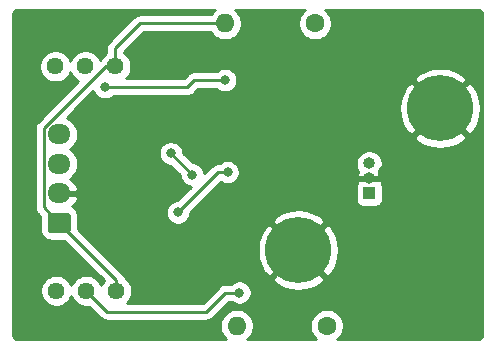
<source format=gbr>
%TF.GenerationSoftware,KiCad,Pcbnew,(5.1.7)-1*%
%TF.CreationDate,2021-02-26T19:53:25+00:00*%
%TF.ProjectId,Line-Generator-V2,4c696e65-2d47-4656-9e65-7261746f722d,rev?*%
%TF.SameCoordinates,Original*%
%TF.FileFunction,Copper,L2,Bot*%
%TF.FilePolarity,Positive*%
%FSLAX46Y46*%
G04 Gerber Fmt 4.6, Leading zero omitted, Abs format (unit mm)*
G04 Created by KiCad (PCBNEW (5.1.7)-1) date 2021-02-26 19:53:25*
%MOMM*%
%LPD*%
G01*
G04 APERTURE LIST*
%TA.AperFunction,ComponentPad*%
%ADD10C,1.440000*%
%TD*%
%TA.AperFunction,ComponentPad*%
%ADD11R,1.000000X1.000000*%
%TD*%
%TA.AperFunction,ComponentPad*%
%ADD12O,1.000000X1.000000*%
%TD*%
%TA.AperFunction,ComponentPad*%
%ADD13O,1.950000X1.700000*%
%TD*%
%TA.AperFunction,ComponentPad*%
%ADD14C,1.600000*%
%TD*%
%TA.AperFunction,ComponentPad*%
%ADD15O,1.600000X1.600000*%
%TD*%
%TA.AperFunction,ComponentPad*%
%ADD16C,5.600000*%
%TD*%
%TA.AperFunction,ViaPad*%
%ADD17C,0.800000*%
%TD*%
%TA.AperFunction,Conductor*%
%ADD18C,0.250000*%
%TD*%
%TA.AperFunction,Conductor*%
%ADD19C,0.254000*%
%TD*%
%TA.AperFunction,Conductor*%
%ADD20C,0.100000*%
%TD*%
G04 APERTURE END LIST*
D10*
%TO.P,RV2,1*%
%TO.N,Net-(R6-Pad1)*%
X69500000Y-60250000D03*
%TO.P,RV2,2*%
%TO.N,Net-(C3-Pad2)*%
X72040000Y-60250000D03*
%TO.P,RV2,3*%
%TO.N,+5V*%
X74580000Y-60250000D03*
%TD*%
%TO.P,RV1,1*%
%TO.N,+5V*%
X74500000Y-41250000D03*
%TO.P,RV1,2*%
%TO.N,Net-(C2-Pad2)*%
X71960000Y-41250000D03*
%TO.P,RV1,3*%
%TO.N,Net-(R2-Pad1)*%
X69420000Y-41250000D03*
%TD*%
D11*
%TO.P,D2,1*%
%TO.N,Net-(D2-Pad1)*%
X96000000Y-52000000D03*
D12*
%TO.P,D2,2*%
%TO.N,GND*%
X96000000Y-50730000D03*
%TO.P,D2,3*%
%TO.N,Net-(D2-Pad3)*%
X96000000Y-49460000D03*
%TD*%
%TO.P,J1,1*%
%TO.N,+5V*%
%TA.AperFunction,ComponentPad*%
G36*
G01*
X70475000Y-55350000D02*
X69025000Y-55350000D01*
G75*
G02*
X68775000Y-55100000I0J250000D01*
G01*
X68775000Y-53900000D01*
G75*
G02*
X69025000Y-53650000I250000J0D01*
G01*
X70475000Y-53650000D01*
G75*
G02*
X70725000Y-53900000I0J-250000D01*
G01*
X70725000Y-55100000D01*
G75*
G02*
X70475000Y-55350000I-250000J0D01*
G01*
G37*
%TD.AperFunction*%
D13*
%TO.P,J1,2*%
%TO.N,GND*%
X69750000Y-52000000D03*
%TO.P,J1,3*%
%TO.N,Laser1*%
X69750000Y-49500000D03*
%TO.P,J1,4*%
%TO.N,Laser2*%
X69750000Y-47000000D03*
%TD*%
D14*
%TO.P,R4,1*%
%TO.N,Net-(Q2-Pad3)*%
X91400000Y-37600000D03*
D15*
%TO.P,R4,2*%
%TO.N,+5V*%
X83780000Y-37600000D03*
%TD*%
%TO.P,R5,2*%
%TO.N,+5V*%
X84780000Y-63200000D03*
D14*
%TO.P,R5,1*%
%TO.N,Net-(Q3-Pad3)*%
X92400000Y-63200000D03*
%TD*%
D16*
%TO.P,H1,1*%
%TO.N,GND*%
X102000000Y-44800000D03*
%TD*%
%TO.P,H4,1*%
%TO.N,GND*%
X90000000Y-56800000D03*
%TD*%
D17*
%TO.N,+5V*%
X84000000Y-50200000D03*
X79800000Y-53600000D03*
%TO.N,Net-(C2-Pad2)*%
X83800000Y-42400000D03*
X73600000Y-43000000D03*
%TO.N,Net-(C3-Pad2)*%
X85000000Y-60400000D03*
%TO.N,Net-(Q4-Pad1)*%
X79200000Y-48600000D03*
X81000000Y-50400000D03*
%TD*%
D18*
%TO.N,+5V*%
X74500000Y-41250000D02*
X73669300Y-41250000D01*
X73669300Y-41250000D02*
X68425400Y-46493900D01*
X68425400Y-46493900D02*
X68425400Y-53175400D01*
X68425400Y-53175400D02*
X69750000Y-54500000D01*
X74580000Y-60250000D02*
X74580000Y-59330000D01*
X74580000Y-59330000D02*
X69750000Y-54500000D01*
X74500000Y-41250000D02*
X74500000Y-39700000D01*
X76600000Y-37600000D02*
X83780000Y-37600000D01*
X74500000Y-39700000D02*
X76600000Y-37600000D01*
X84000000Y-50200000D02*
X83200000Y-50200000D01*
X83200000Y-50200000D02*
X79800000Y-53600000D01*
X79800000Y-53600000D02*
X79800000Y-53600000D01*
%TO.N,GND*%
X90000000Y-56800000D02*
X90000000Y-55181500D01*
X69750000Y-52000000D02*
X71050300Y-52000000D01*
X96000000Y-50730000D02*
X96825300Y-50730000D01*
X102000000Y-44800000D02*
X96825300Y-49974700D01*
X96825300Y-49974700D02*
X96825300Y-50730000D01*
%TO.N,Net-(C2-Pad2)*%
X83800000Y-42400000D02*
X81200000Y-42400000D01*
X81200000Y-42400000D02*
X80600000Y-43000000D01*
X80600000Y-43000000D02*
X73600000Y-43000000D01*
X73600000Y-43000000D02*
X73600000Y-43000000D01*
%TO.N,Net-(C3-Pad2)*%
X85000000Y-60400000D02*
X83800000Y-60400000D01*
X83800000Y-60400000D02*
X82200000Y-62000000D01*
X73790000Y-62000000D02*
X72040000Y-60250000D01*
X82200000Y-62000000D02*
X73790000Y-62000000D01*
%TO.N,Net-(Q4-Pad1)*%
X79200000Y-48600000D02*
X81000000Y-50400000D01*
X81000000Y-50400000D02*
X81000000Y-50400000D01*
%TD*%
D19*
%TO.N,GND*%
X82865241Y-36485363D02*
X82665363Y-36685241D01*
X82561957Y-36840000D01*
X76637322Y-36840000D01*
X76599999Y-36836324D01*
X76562676Y-36840000D01*
X76562667Y-36840000D01*
X76451014Y-36850997D01*
X76307753Y-36894454D01*
X76175724Y-36965026D01*
X76175722Y-36965027D01*
X76175723Y-36965027D01*
X76088996Y-37036201D01*
X76088992Y-37036205D01*
X76059999Y-37059999D01*
X76036205Y-37088992D01*
X73988998Y-39136201D01*
X73960000Y-39159999D01*
X73936202Y-39188997D01*
X73936201Y-39188998D01*
X73865026Y-39275724D01*
X73794454Y-39407754D01*
X73750998Y-39551015D01*
X73736324Y-39700000D01*
X73740001Y-39737332D01*
X73740001Y-40128171D01*
X73636238Y-40197503D01*
X73447503Y-40386238D01*
X73322193Y-40573778D01*
X73245024Y-40615026D01*
X73245022Y-40615027D01*
X73245023Y-40615027D01*
X73184276Y-40664880D01*
X73160785Y-40608167D01*
X73012497Y-40386238D01*
X72823762Y-40197503D01*
X72601833Y-40049215D01*
X72355239Y-39947072D01*
X72093456Y-39895000D01*
X71826544Y-39895000D01*
X71564761Y-39947072D01*
X71318167Y-40049215D01*
X71096238Y-40197503D01*
X70907503Y-40386238D01*
X70759215Y-40608167D01*
X70690000Y-40775266D01*
X70620785Y-40608167D01*
X70472497Y-40386238D01*
X70283762Y-40197503D01*
X70061833Y-40049215D01*
X69815239Y-39947072D01*
X69553456Y-39895000D01*
X69286544Y-39895000D01*
X69024761Y-39947072D01*
X68778167Y-40049215D01*
X68556238Y-40197503D01*
X68367503Y-40386238D01*
X68219215Y-40608167D01*
X68117072Y-40854761D01*
X68065000Y-41116544D01*
X68065000Y-41383456D01*
X68117072Y-41645239D01*
X68219215Y-41891833D01*
X68367503Y-42113762D01*
X68556238Y-42302497D01*
X68778167Y-42450785D01*
X69024761Y-42552928D01*
X69286544Y-42605000D01*
X69553456Y-42605000D01*
X69815239Y-42552928D01*
X70061833Y-42450785D01*
X70283762Y-42302497D01*
X70472497Y-42113762D01*
X70620785Y-41891833D01*
X70690000Y-41724734D01*
X70759215Y-41891833D01*
X70907503Y-42113762D01*
X71096238Y-42302497D01*
X71318167Y-42450785D01*
X71371586Y-42472912D01*
X67914403Y-45930096D01*
X67885399Y-45953899D01*
X67830271Y-46021074D01*
X67790426Y-46069624D01*
X67767238Y-46113006D01*
X67719854Y-46201654D01*
X67676397Y-46344915D01*
X67665400Y-46456568D01*
X67665400Y-46456578D01*
X67661724Y-46493900D01*
X67665400Y-46531223D01*
X67665401Y-53138068D01*
X67661724Y-53175400D01*
X67665401Y-53212733D01*
X67676398Y-53324386D01*
X67689580Y-53367842D01*
X67719854Y-53467646D01*
X67790426Y-53599676D01*
X67861601Y-53686402D01*
X67885400Y-53715401D01*
X67914398Y-53739199D01*
X68136928Y-53961729D01*
X68136928Y-55100000D01*
X68153992Y-55273254D01*
X68204528Y-55439850D01*
X68286595Y-55593386D01*
X68397038Y-55727962D01*
X68531614Y-55838405D01*
X68685150Y-55920472D01*
X68851746Y-55971008D01*
X69025000Y-55988072D01*
X70163271Y-55988072D01*
X73544470Y-59369271D01*
X73527503Y-59386238D01*
X73379215Y-59608167D01*
X73310000Y-59775266D01*
X73240785Y-59608167D01*
X73092497Y-59386238D01*
X72903762Y-59197503D01*
X72681833Y-59049215D01*
X72435239Y-58947072D01*
X72173456Y-58895000D01*
X71906544Y-58895000D01*
X71644761Y-58947072D01*
X71398167Y-59049215D01*
X71176238Y-59197503D01*
X70987503Y-59386238D01*
X70839215Y-59608167D01*
X70770000Y-59775266D01*
X70700785Y-59608167D01*
X70552497Y-59386238D01*
X70363762Y-59197503D01*
X70141833Y-59049215D01*
X69895239Y-58947072D01*
X69633456Y-58895000D01*
X69366544Y-58895000D01*
X69104761Y-58947072D01*
X68858167Y-59049215D01*
X68636238Y-59197503D01*
X68447503Y-59386238D01*
X68299215Y-59608167D01*
X68197072Y-59854761D01*
X68145000Y-60116544D01*
X68145000Y-60383456D01*
X68197072Y-60645239D01*
X68299215Y-60891833D01*
X68447503Y-61113762D01*
X68636238Y-61302497D01*
X68858167Y-61450785D01*
X69104761Y-61552928D01*
X69366544Y-61605000D01*
X69633456Y-61605000D01*
X69895239Y-61552928D01*
X70141833Y-61450785D01*
X70363762Y-61302497D01*
X70552497Y-61113762D01*
X70700785Y-60891833D01*
X70770000Y-60724734D01*
X70839215Y-60891833D01*
X70987503Y-61113762D01*
X71176238Y-61302497D01*
X71398167Y-61450785D01*
X71644761Y-61552928D01*
X71906544Y-61605000D01*
X72173456Y-61605000D01*
X72295852Y-61580654D01*
X73226201Y-62511003D01*
X73249999Y-62540001D01*
X73365724Y-62634974D01*
X73497753Y-62705546D01*
X73641014Y-62749003D01*
X73752667Y-62760000D01*
X73752675Y-62760000D01*
X73790000Y-62763676D01*
X73827325Y-62760000D01*
X82162678Y-62760000D01*
X82200000Y-62763676D01*
X82237322Y-62760000D01*
X82237333Y-62760000D01*
X82348986Y-62749003D01*
X82492247Y-62705546D01*
X82624276Y-62634974D01*
X82740001Y-62540001D01*
X82763804Y-62510997D01*
X84114802Y-61160000D01*
X84296289Y-61160000D01*
X84340226Y-61203937D01*
X84509744Y-61317205D01*
X84698102Y-61395226D01*
X84898061Y-61435000D01*
X85101939Y-61435000D01*
X85301898Y-61395226D01*
X85490256Y-61317205D01*
X85659774Y-61203937D01*
X85803937Y-61059774D01*
X85917205Y-60890256D01*
X85995226Y-60701898D01*
X86035000Y-60501939D01*
X86035000Y-60298061D01*
X85995226Y-60098102D01*
X85917205Y-59909744D01*
X85803937Y-59740226D01*
X85659774Y-59596063D01*
X85490256Y-59482795D01*
X85301898Y-59404774D01*
X85101939Y-59365000D01*
X84898061Y-59365000D01*
X84698102Y-59404774D01*
X84509744Y-59482795D01*
X84340226Y-59596063D01*
X84296289Y-59640000D01*
X83837325Y-59640000D01*
X83800000Y-59636324D01*
X83762675Y-59640000D01*
X83762667Y-59640000D01*
X83651014Y-59650997D01*
X83507753Y-59694454D01*
X83375724Y-59765026D01*
X83259999Y-59859999D01*
X83236201Y-59888997D01*
X81885199Y-61240000D01*
X75506259Y-61240000D01*
X75632497Y-61113762D01*
X75780785Y-60891833D01*
X75882928Y-60645239D01*
X75935000Y-60383456D01*
X75935000Y-60116544D01*
X75882928Y-59854761D01*
X75780785Y-59608167D01*
X75632497Y-59386238D01*
X75462740Y-59216481D01*
X87763124Y-59216481D01*
X88075308Y-59665177D01*
X88671259Y-59985612D01*
X89318273Y-60183626D01*
X89991484Y-60251610D01*
X90665023Y-60186949D01*
X91313006Y-59992130D01*
X91910530Y-59674639D01*
X91924692Y-59665177D01*
X92236876Y-59216481D01*
X90000000Y-56979605D01*
X87763124Y-59216481D01*
X75462740Y-59216481D01*
X75443762Y-59197503D01*
X75306103Y-59105523D01*
X75285546Y-59037753D01*
X75214974Y-58905724D01*
X75143799Y-58818997D01*
X75120001Y-58789999D01*
X75091003Y-58766201D01*
X73116286Y-56791484D01*
X86548390Y-56791484D01*
X86613051Y-57465023D01*
X86807870Y-58113006D01*
X87125361Y-58710530D01*
X87134823Y-58724692D01*
X87583519Y-59036876D01*
X89820395Y-56800000D01*
X90179605Y-56800000D01*
X92416481Y-59036876D01*
X92865177Y-58724692D01*
X93185612Y-58128741D01*
X93383626Y-57481727D01*
X93451610Y-56808516D01*
X93386949Y-56134977D01*
X93192130Y-55486994D01*
X92874639Y-54889470D01*
X92865177Y-54875308D01*
X92416481Y-54563124D01*
X90179605Y-56800000D01*
X89820395Y-56800000D01*
X87583519Y-54563124D01*
X87134823Y-54875308D01*
X86814388Y-55471259D01*
X86616374Y-56118273D01*
X86548390Y-56791484D01*
X73116286Y-56791484D01*
X71363072Y-55038271D01*
X71363072Y-53900000D01*
X71346008Y-53726746D01*
X71295472Y-53560150D01*
X71213405Y-53406614D01*
X71102962Y-53272038D01*
X70968386Y-53161595D01*
X70863039Y-53105286D01*
X70884429Y-53089049D01*
X71077496Y-52871193D01*
X71224352Y-52619858D01*
X71316476Y-52356890D01*
X71195155Y-52127000D01*
X69877000Y-52127000D01*
X69877000Y-52147000D01*
X69623000Y-52147000D01*
X69623000Y-52127000D01*
X69603000Y-52127000D01*
X69603000Y-51873000D01*
X69623000Y-51873000D01*
X69623000Y-51853000D01*
X69877000Y-51853000D01*
X69877000Y-51873000D01*
X71195155Y-51873000D01*
X71316476Y-51643110D01*
X71224352Y-51380142D01*
X71077496Y-51128807D01*
X70884429Y-50910951D01*
X70678278Y-50754462D01*
X70704014Y-50740706D01*
X70930134Y-50555134D01*
X71115706Y-50329014D01*
X71253599Y-50071034D01*
X71338513Y-49791111D01*
X71367185Y-49500000D01*
X71338513Y-49208889D01*
X71253599Y-48928966D01*
X71115706Y-48670986D01*
X70973791Y-48498061D01*
X78165000Y-48498061D01*
X78165000Y-48701939D01*
X78204774Y-48901898D01*
X78282795Y-49090256D01*
X78396063Y-49259774D01*
X78540226Y-49403937D01*
X78709744Y-49517205D01*
X78898102Y-49595226D01*
X79098061Y-49635000D01*
X79160198Y-49635000D01*
X79965000Y-50439802D01*
X79965000Y-50501939D01*
X80004774Y-50701898D01*
X80082795Y-50890256D01*
X80196063Y-51059774D01*
X80340226Y-51203937D01*
X80509744Y-51317205D01*
X80698102Y-51395226D01*
X80891503Y-51433696D01*
X79760199Y-52565000D01*
X79698061Y-52565000D01*
X79498102Y-52604774D01*
X79309744Y-52682795D01*
X79140226Y-52796063D01*
X78996063Y-52940226D01*
X78882795Y-53109744D01*
X78804774Y-53298102D01*
X78765000Y-53498061D01*
X78765000Y-53701939D01*
X78804774Y-53901898D01*
X78882795Y-54090256D01*
X78996063Y-54259774D01*
X79140226Y-54403937D01*
X79309744Y-54517205D01*
X79498102Y-54595226D01*
X79698061Y-54635000D01*
X79901939Y-54635000D01*
X80101898Y-54595226D01*
X80290256Y-54517205D01*
X80459774Y-54403937D01*
X80480192Y-54383519D01*
X87763124Y-54383519D01*
X90000000Y-56620395D01*
X92236876Y-54383519D01*
X91924692Y-53934823D01*
X91328741Y-53614388D01*
X90681727Y-53416374D01*
X90008516Y-53348390D01*
X89334977Y-53413051D01*
X88686994Y-53607870D01*
X88089470Y-53925361D01*
X88075308Y-53934823D01*
X87763124Y-54383519D01*
X80480192Y-54383519D01*
X80603937Y-54259774D01*
X80717205Y-54090256D01*
X80795226Y-53901898D01*
X80835000Y-53701939D01*
X80835000Y-53639801D01*
X82974801Y-51500000D01*
X94861928Y-51500000D01*
X94861928Y-52500000D01*
X94874188Y-52624482D01*
X94910498Y-52744180D01*
X94969463Y-52854494D01*
X95048815Y-52951185D01*
X95145506Y-53030537D01*
X95255820Y-53089502D01*
X95375518Y-53125812D01*
X95500000Y-53138072D01*
X96500000Y-53138072D01*
X96624482Y-53125812D01*
X96744180Y-53089502D01*
X96854494Y-53030537D01*
X96951185Y-52951185D01*
X97030537Y-52854494D01*
X97089502Y-52744180D01*
X97125812Y-52624482D01*
X97138072Y-52500000D01*
X97138072Y-51500000D01*
X97125812Y-51375518D01*
X97089502Y-51255820D01*
X97041930Y-51166820D01*
X97077446Y-51086864D01*
X97094119Y-51031874D01*
X96967954Y-50857000D01*
X96127000Y-50857000D01*
X96127000Y-50861928D01*
X95873000Y-50861928D01*
X95873000Y-50857000D01*
X95032046Y-50857000D01*
X94905881Y-51031874D01*
X94922554Y-51086864D01*
X94958070Y-51166820D01*
X94910498Y-51255820D01*
X94874188Y-51375518D01*
X94861928Y-51500000D01*
X82974801Y-51500000D01*
X83418538Y-51056264D01*
X83509744Y-51117205D01*
X83698102Y-51195226D01*
X83898061Y-51235000D01*
X84101939Y-51235000D01*
X84301898Y-51195226D01*
X84490256Y-51117205D01*
X84659774Y-51003937D01*
X84803937Y-50859774D01*
X84917205Y-50690256D01*
X84995226Y-50501898D01*
X85035000Y-50301939D01*
X85035000Y-50098061D01*
X84995226Y-49898102D01*
X84917205Y-49709744D01*
X84803937Y-49540226D01*
X84659774Y-49396063D01*
X84588160Y-49348212D01*
X94865000Y-49348212D01*
X94865000Y-49571788D01*
X94908617Y-49791067D01*
X94994176Y-49997624D01*
X95062353Y-50099658D01*
X95012877Y-50169794D01*
X94922554Y-50373136D01*
X94905881Y-50428126D01*
X95032046Y-50603000D01*
X95873000Y-50603000D01*
X95873000Y-50591974D01*
X95888212Y-50595000D01*
X96111788Y-50595000D01*
X96127000Y-50591974D01*
X96127000Y-50603000D01*
X96967954Y-50603000D01*
X97094119Y-50428126D01*
X97077446Y-50373136D01*
X96987123Y-50169794D01*
X96937647Y-50099658D01*
X97005824Y-49997624D01*
X97091383Y-49791067D01*
X97135000Y-49571788D01*
X97135000Y-49348212D01*
X97091383Y-49128933D01*
X97005824Y-48922376D01*
X96881612Y-48736480D01*
X96723520Y-48578388D01*
X96537624Y-48454176D01*
X96331067Y-48368617D01*
X96111788Y-48325000D01*
X95888212Y-48325000D01*
X95668933Y-48368617D01*
X95462376Y-48454176D01*
X95276480Y-48578388D01*
X95118388Y-48736480D01*
X94994176Y-48922376D01*
X94908617Y-49128933D01*
X94865000Y-49348212D01*
X84588160Y-49348212D01*
X84490256Y-49282795D01*
X84301898Y-49204774D01*
X84101939Y-49165000D01*
X83898061Y-49165000D01*
X83698102Y-49204774D01*
X83509744Y-49282795D01*
X83340226Y-49396063D01*
X83296289Y-49440000D01*
X83237322Y-49440000D01*
X83199999Y-49436324D01*
X83162676Y-49440000D01*
X83162667Y-49440000D01*
X83051014Y-49450997D01*
X82907753Y-49494454D01*
X82775723Y-49565026D01*
X82767484Y-49571788D01*
X82659999Y-49659999D01*
X82636201Y-49688997D01*
X82033695Y-50291503D01*
X81995226Y-50098102D01*
X81917205Y-49909744D01*
X81803937Y-49740226D01*
X81659774Y-49596063D01*
X81490256Y-49482795D01*
X81301898Y-49404774D01*
X81101939Y-49365000D01*
X81039802Y-49365000D01*
X80235000Y-48560198D01*
X80235000Y-48498061D01*
X80195226Y-48298102D01*
X80117205Y-48109744D01*
X80003937Y-47940226D01*
X79859774Y-47796063D01*
X79690256Y-47682795D01*
X79501898Y-47604774D01*
X79301939Y-47565000D01*
X79098061Y-47565000D01*
X78898102Y-47604774D01*
X78709744Y-47682795D01*
X78540226Y-47796063D01*
X78396063Y-47940226D01*
X78282795Y-48109744D01*
X78204774Y-48298102D01*
X78165000Y-48498061D01*
X70973791Y-48498061D01*
X70930134Y-48444866D01*
X70704014Y-48259294D01*
X70686626Y-48250000D01*
X70704014Y-48240706D01*
X70930134Y-48055134D01*
X71115706Y-47829014D01*
X71253599Y-47571034D01*
X71338513Y-47291111D01*
X71345863Y-47216481D01*
X99763124Y-47216481D01*
X100075308Y-47665177D01*
X100671259Y-47985612D01*
X101318273Y-48183626D01*
X101991484Y-48251610D01*
X102665023Y-48186949D01*
X103313006Y-47992130D01*
X103910530Y-47674639D01*
X103924692Y-47665177D01*
X104236876Y-47216481D01*
X102000000Y-44979605D01*
X99763124Y-47216481D01*
X71345863Y-47216481D01*
X71367185Y-47000000D01*
X71338513Y-46708889D01*
X71253599Y-46428966D01*
X71115706Y-46170986D01*
X70930134Y-45944866D01*
X70704014Y-45759294D01*
X70446034Y-45621401D01*
X70389769Y-45604333D01*
X71202618Y-44791484D01*
X98548390Y-44791484D01*
X98613051Y-45465023D01*
X98807870Y-46113006D01*
X99125361Y-46710530D01*
X99134823Y-46724692D01*
X99583519Y-47036876D01*
X101820395Y-44800000D01*
X102179605Y-44800000D01*
X104416481Y-47036876D01*
X104865177Y-46724692D01*
X105185612Y-46128741D01*
X105383626Y-45481727D01*
X105451610Y-44808516D01*
X105386949Y-44134977D01*
X105192130Y-43486994D01*
X104874639Y-42889470D01*
X104865177Y-42875308D01*
X104416481Y-42563124D01*
X102179605Y-44800000D01*
X101820395Y-44800000D01*
X99583519Y-42563124D01*
X99134823Y-42875308D01*
X98814388Y-43471259D01*
X98616374Y-44118273D01*
X98548390Y-44791484D01*
X71202618Y-44791484D01*
X72630382Y-43363720D01*
X72682795Y-43490256D01*
X72796063Y-43659774D01*
X72940226Y-43803937D01*
X73109744Y-43917205D01*
X73298102Y-43995226D01*
X73498061Y-44035000D01*
X73701939Y-44035000D01*
X73901898Y-43995226D01*
X74090256Y-43917205D01*
X74259774Y-43803937D01*
X74303711Y-43760000D01*
X80562678Y-43760000D01*
X80600000Y-43763676D01*
X80637322Y-43760000D01*
X80637333Y-43760000D01*
X80748986Y-43749003D01*
X80892247Y-43705546D01*
X81024276Y-43634974D01*
X81140001Y-43540001D01*
X81163803Y-43510998D01*
X81514802Y-43160000D01*
X83096289Y-43160000D01*
X83140226Y-43203937D01*
X83309744Y-43317205D01*
X83498102Y-43395226D01*
X83698061Y-43435000D01*
X83901939Y-43435000D01*
X84101898Y-43395226D01*
X84290256Y-43317205D01*
X84459774Y-43203937D01*
X84603937Y-43059774D01*
X84717205Y-42890256D01*
X84795226Y-42701898D01*
X84835000Y-42501939D01*
X84835000Y-42383519D01*
X99763124Y-42383519D01*
X102000000Y-44620395D01*
X104236876Y-42383519D01*
X103924692Y-41934823D01*
X103328741Y-41614388D01*
X102681727Y-41416374D01*
X102008516Y-41348390D01*
X101334977Y-41413051D01*
X100686994Y-41607870D01*
X100089470Y-41925361D01*
X100075308Y-41934823D01*
X99763124Y-42383519D01*
X84835000Y-42383519D01*
X84835000Y-42298061D01*
X84795226Y-42098102D01*
X84717205Y-41909744D01*
X84603937Y-41740226D01*
X84459774Y-41596063D01*
X84290256Y-41482795D01*
X84101898Y-41404774D01*
X83901939Y-41365000D01*
X83698061Y-41365000D01*
X83498102Y-41404774D01*
X83309744Y-41482795D01*
X83140226Y-41596063D01*
X83096289Y-41640000D01*
X81237322Y-41640000D01*
X81199999Y-41636324D01*
X81162676Y-41640000D01*
X81162667Y-41640000D01*
X81051014Y-41650997D01*
X80907753Y-41694454D01*
X80775723Y-41765026D01*
X80692083Y-41833668D01*
X80659999Y-41859999D01*
X80636200Y-41888998D01*
X80285199Y-42240000D01*
X75426259Y-42240000D01*
X75552497Y-42113762D01*
X75700785Y-41891833D01*
X75802928Y-41645239D01*
X75855000Y-41383456D01*
X75855000Y-41116544D01*
X75802928Y-40854761D01*
X75700785Y-40608167D01*
X75552497Y-40386238D01*
X75363762Y-40197503D01*
X75260000Y-40128172D01*
X75260000Y-40014801D01*
X76914803Y-38360000D01*
X82561957Y-38360000D01*
X82665363Y-38514759D01*
X82865241Y-38714637D01*
X83100273Y-38871680D01*
X83361426Y-38979853D01*
X83638665Y-39035000D01*
X83921335Y-39035000D01*
X84198574Y-38979853D01*
X84459727Y-38871680D01*
X84694759Y-38714637D01*
X84894637Y-38514759D01*
X85051680Y-38279727D01*
X85159853Y-38018574D01*
X85215000Y-37741335D01*
X85215000Y-37458665D01*
X85159853Y-37181426D01*
X85051680Y-36920273D01*
X84894637Y-36685241D01*
X84694759Y-36485363D01*
X84656801Y-36460000D01*
X90523199Y-36460000D01*
X90485241Y-36485363D01*
X90285363Y-36685241D01*
X90128320Y-36920273D01*
X90020147Y-37181426D01*
X89965000Y-37458665D01*
X89965000Y-37741335D01*
X90020147Y-38018574D01*
X90128320Y-38279727D01*
X90285363Y-38514759D01*
X90485241Y-38714637D01*
X90720273Y-38871680D01*
X90981426Y-38979853D01*
X91258665Y-39035000D01*
X91541335Y-39035000D01*
X91818574Y-38979853D01*
X92079727Y-38871680D01*
X92314759Y-38714637D01*
X92514637Y-38514759D01*
X92671680Y-38279727D01*
X92779853Y-38018574D01*
X92835000Y-37741335D01*
X92835000Y-37458665D01*
X92779853Y-37181426D01*
X92671680Y-36920273D01*
X92514637Y-36685241D01*
X92314759Y-36485363D01*
X92276801Y-36460000D01*
X105167721Y-36460000D01*
X105265424Y-36469580D01*
X105328356Y-36488580D01*
X105386405Y-36519445D01*
X105437343Y-36560989D01*
X105479248Y-36611644D01*
X105510515Y-36669471D01*
X105529956Y-36732272D01*
X105540001Y-36827845D01*
X105540000Y-63967721D01*
X105530420Y-64065424D01*
X105511420Y-64128357D01*
X105480554Y-64186406D01*
X105439011Y-64237343D01*
X105388356Y-64279248D01*
X105330529Y-64310515D01*
X105267728Y-64329956D01*
X105172165Y-64340000D01*
X93276801Y-64340000D01*
X93314759Y-64314637D01*
X93514637Y-64114759D01*
X93671680Y-63879727D01*
X93779853Y-63618574D01*
X93835000Y-63341335D01*
X93835000Y-63058665D01*
X93779853Y-62781426D01*
X93671680Y-62520273D01*
X93514637Y-62285241D01*
X93314759Y-62085363D01*
X93079727Y-61928320D01*
X92818574Y-61820147D01*
X92541335Y-61765000D01*
X92258665Y-61765000D01*
X91981426Y-61820147D01*
X91720273Y-61928320D01*
X91485241Y-62085363D01*
X91285363Y-62285241D01*
X91128320Y-62520273D01*
X91020147Y-62781426D01*
X90965000Y-63058665D01*
X90965000Y-63341335D01*
X91020147Y-63618574D01*
X91128320Y-63879727D01*
X91285363Y-64114759D01*
X91485241Y-64314637D01*
X91523199Y-64340000D01*
X85656801Y-64340000D01*
X85694759Y-64314637D01*
X85894637Y-64114759D01*
X86051680Y-63879727D01*
X86159853Y-63618574D01*
X86215000Y-63341335D01*
X86215000Y-63058665D01*
X86159853Y-62781426D01*
X86051680Y-62520273D01*
X85894637Y-62285241D01*
X85694759Y-62085363D01*
X85459727Y-61928320D01*
X85198574Y-61820147D01*
X84921335Y-61765000D01*
X84638665Y-61765000D01*
X84361426Y-61820147D01*
X84100273Y-61928320D01*
X83865241Y-62085363D01*
X83665363Y-62285241D01*
X83508320Y-62520273D01*
X83400147Y-62781426D01*
X83345000Y-63058665D01*
X83345000Y-63341335D01*
X83400147Y-63618574D01*
X83508320Y-63879727D01*
X83665363Y-64114759D01*
X83865241Y-64314637D01*
X83903199Y-64340000D01*
X66232279Y-64340000D01*
X66134576Y-64330420D01*
X66071643Y-64311420D01*
X66013594Y-64280554D01*
X65962657Y-64239011D01*
X65920752Y-64188356D01*
X65889485Y-64130529D01*
X65870044Y-64067728D01*
X65860000Y-63972165D01*
X65860000Y-36832279D01*
X65869580Y-36734576D01*
X65888580Y-36671644D01*
X65919445Y-36613595D01*
X65960989Y-36562657D01*
X66011644Y-36520752D01*
X66069471Y-36489485D01*
X66132272Y-36470044D01*
X66227835Y-36460000D01*
X82903199Y-36460000D01*
X82865241Y-36485363D01*
%TA.AperFunction,Conductor*%
D20*
G36*
X82865241Y-36485363D02*
G01*
X82665363Y-36685241D01*
X82561957Y-36840000D01*
X76637322Y-36840000D01*
X76599999Y-36836324D01*
X76562676Y-36840000D01*
X76562667Y-36840000D01*
X76451014Y-36850997D01*
X76307753Y-36894454D01*
X76175724Y-36965026D01*
X76175722Y-36965027D01*
X76175723Y-36965027D01*
X76088996Y-37036201D01*
X76088992Y-37036205D01*
X76059999Y-37059999D01*
X76036205Y-37088992D01*
X73988998Y-39136201D01*
X73960000Y-39159999D01*
X73936202Y-39188997D01*
X73936201Y-39188998D01*
X73865026Y-39275724D01*
X73794454Y-39407754D01*
X73750998Y-39551015D01*
X73736324Y-39700000D01*
X73740001Y-39737332D01*
X73740001Y-40128171D01*
X73636238Y-40197503D01*
X73447503Y-40386238D01*
X73322193Y-40573778D01*
X73245024Y-40615026D01*
X73245022Y-40615027D01*
X73245023Y-40615027D01*
X73184276Y-40664880D01*
X73160785Y-40608167D01*
X73012497Y-40386238D01*
X72823762Y-40197503D01*
X72601833Y-40049215D01*
X72355239Y-39947072D01*
X72093456Y-39895000D01*
X71826544Y-39895000D01*
X71564761Y-39947072D01*
X71318167Y-40049215D01*
X71096238Y-40197503D01*
X70907503Y-40386238D01*
X70759215Y-40608167D01*
X70690000Y-40775266D01*
X70620785Y-40608167D01*
X70472497Y-40386238D01*
X70283762Y-40197503D01*
X70061833Y-40049215D01*
X69815239Y-39947072D01*
X69553456Y-39895000D01*
X69286544Y-39895000D01*
X69024761Y-39947072D01*
X68778167Y-40049215D01*
X68556238Y-40197503D01*
X68367503Y-40386238D01*
X68219215Y-40608167D01*
X68117072Y-40854761D01*
X68065000Y-41116544D01*
X68065000Y-41383456D01*
X68117072Y-41645239D01*
X68219215Y-41891833D01*
X68367503Y-42113762D01*
X68556238Y-42302497D01*
X68778167Y-42450785D01*
X69024761Y-42552928D01*
X69286544Y-42605000D01*
X69553456Y-42605000D01*
X69815239Y-42552928D01*
X70061833Y-42450785D01*
X70283762Y-42302497D01*
X70472497Y-42113762D01*
X70620785Y-41891833D01*
X70690000Y-41724734D01*
X70759215Y-41891833D01*
X70907503Y-42113762D01*
X71096238Y-42302497D01*
X71318167Y-42450785D01*
X71371586Y-42472912D01*
X67914403Y-45930096D01*
X67885399Y-45953899D01*
X67830271Y-46021074D01*
X67790426Y-46069624D01*
X67767238Y-46113006D01*
X67719854Y-46201654D01*
X67676397Y-46344915D01*
X67665400Y-46456568D01*
X67665400Y-46456578D01*
X67661724Y-46493900D01*
X67665400Y-46531223D01*
X67665401Y-53138068D01*
X67661724Y-53175400D01*
X67665401Y-53212733D01*
X67676398Y-53324386D01*
X67689580Y-53367842D01*
X67719854Y-53467646D01*
X67790426Y-53599676D01*
X67861601Y-53686402D01*
X67885400Y-53715401D01*
X67914398Y-53739199D01*
X68136928Y-53961729D01*
X68136928Y-55100000D01*
X68153992Y-55273254D01*
X68204528Y-55439850D01*
X68286595Y-55593386D01*
X68397038Y-55727962D01*
X68531614Y-55838405D01*
X68685150Y-55920472D01*
X68851746Y-55971008D01*
X69025000Y-55988072D01*
X70163271Y-55988072D01*
X73544470Y-59369271D01*
X73527503Y-59386238D01*
X73379215Y-59608167D01*
X73310000Y-59775266D01*
X73240785Y-59608167D01*
X73092497Y-59386238D01*
X72903762Y-59197503D01*
X72681833Y-59049215D01*
X72435239Y-58947072D01*
X72173456Y-58895000D01*
X71906544Y-58895000D01*
X71644761Y-58947072D01*
X71398167Y-59049215D01*
X71176238Y-59197503D01*
X70987503Y-59386238D01*
X70839215Y-59608167D01*
X70770000Y-59775266D01*
X70700785Y-59608167D01*
X70552497Y-59386238D01*
X70363762Y-59197503D01*
X70141833Y-59049215D01*
X69895239Y-58947072D01*
X69633456Y-58895000D01*
X69366544Y-58895000D01*
X69104761Y-58947072D01*
X68858167Y-59049215D01*
X68636238Y-59197503D01*
X68447503Y-59386238D01*
X68299215Y-59608167D01*
X68197072Y-59854761D01*
X68145000Y-60116544D01*
X68145000Y-60383456D01*
X68197072Y-60645239D01*
X68299215Y-60891833D01*
X68447503Y-61113762D01*
X68636238Y-61302497D01*
X68858167Y-61450785D01*
X69104761Y-61552928D01*
X69366544Y-61605000D01*
X69633456Y-61605000D01*
X69895239Y-61552928D01*
X70141833Y-61450785D01*
X70363762Y-61302497D01*
X70552497Y-61113762D01*
X70700785Y-60891833D01*
X70770000Y-60724734D01*
X70839215Y-60891833D01*
X70987503Y-61113762D01*
X71176238Y-61302497D01*
X71398167Y-61450785D01*
X71644761Y-61552928D01*
X71906544Y-61605000D01*
X72173456Y-61605000D01*
X72295852Y-61580654D01*
X73226201Y-62511003D01*
X73249999Y-62540001D01*
X73365724Y-62634974D01*
X73497753Y-62705546D01*
X73641014Y-62749003D01*
X73752667Y-62760000D01*
X73752675Y-62760000D01*
X73790000Y-62763676D01*
X73827325Y-62760000D01*
X82162678Y-62760000D01*
X82200000Y-62763676D01*
X82237322Y-62760000D01*
X82237333Y-62760000D01*
X82348986Y-62749003D01*
X82492247Y-62705546D01*
X82624276Y-62634974D01*
X82740001Y-62540001D01*
X82763804Y-62510997D01*
X84114802Y-61160000D01*
X84296289Y-61160000D01*
X84340226Y-61203937D01*
X84509744Y-61317205D01*
X84698102Y-61395226D01*
X84898061Y-61435000D01*
X85101939Y-61435000D01*
X85301898Y-61395226D01*
X85490256Y-61317205D01*
X85659774Y-61203937D01*
X85803937Y-61059774D01*
X85917205Y-60890256D01*
X85995226Y-60701898D01*
X86035000Y-60501939D01*
X86035000Y-60298061D01*
X85995226Y-60098102D01*
X85917205Y-59909744D01*
X85803937Y-59740226D01*
X85659774Y-59596063D01*
X85490256Y-59482795D01*
X85301898Y-59404774D01*
X85101939Y-59365000D01*
X84898061Y-59365000D01*
X84698102Y-59404774D01*
X84509744Y-59482795D01*
X84340226Y-59596063D01*
X84296289Y-59640000D01*
X83837325Y-59640000D01*
X83800000Y-59636324D01*
X83762675Y-59640000D01*
X83762667Y-59640000D01*
X83651014Y-59650997D01*
X83507753Y-59694454D01*
X83375724Y-59765026D01*
X83259999Y-59859999D01*
X83236201Y-59888997D01*
X81885199Y-61240000D01*
X75506259Y-61240000D01*
X75632497Y-61113762D01*
X75780785Y-60891833D01*
X75882928Y-60645239D01*
X75935000Y-60383456D01*
X75935000Y-60116544D01*
X75882928Y-59854761D01*
X75780785Y-59608167D01*
X75632497Y-59386238D01*
X75462740Y-59216481D01*
X87763124Y-59216481D01*
X88075308Y-59665177D01*
X88671259Y-59985612D01*
X89318273Y-60183626D01*
X89991484Y-60251610D01*
X90665023Y-60186949D01*
X91313006Y-59992130D01*
X91910530Y-59674639D01*
X91924692Y-59665177D01*
X92236876Y-59216481D01*
X90000000Y-56979605D01*
X87763124Y-59216481D01*
X75462740Y-59216481D01*
X75443762Y-59197503D01*
X75306103Y-59105523D01*
X75285546Y-59037753D01*
X75214974Y-58905724D01*
X75143799Y-58818997D01*
X75120001Y-58789999D01*
X75091003Y-58766201D01*
X73116286Y-56791484D01*
X86548390Y-56791484D01*
X86613051Y-57465023D01*
X86807870Y-58113006D01*
X87125361Y-58710530D01*
X87134823Y-58724692D01*
X87583519Y-59036876D01*
X89820395Y-56800000D01*
X90179605Y-56800000D01*
X92416481Y-59036876D01*
X92865177Y-58724692D01*
X93185612Y-58128741D01*
X93383626Y-57481727D01*
X93451610Y-56808516D01*
X93386949Y-56134977D01*
X93192130Y-55486994D01*
X92874639Y-54889470D01*
X92865177Y-54875308D01*
X92416481Y-54563124D01*
X90179605Y-56800000D01*
X89820395Y-56800000D01*
X87583519Y-54563124D01*
X87134823Y-54875308D01*
X86814388Y-55471259D01*
X86616374Y-56118273D01*
X86548390Y-56791484D01*
X73116286Y-56791484D01*
X71363072Y-55038271D01*
X71363072Y-53900000D01*
X71346008Y-53726746D01*
X71295472Y-53560150D01*
X71213405Y-53406614D01*
X71102962Y-53272038D01*
X70968386Y-53161595D01*
X70863039Y-53105286D01*
X70884429Y-53089049D01*
X71077496Y-52871193D01*
X71224352Y-52619858D01*
X71316476Y-52356890D01*
X71195155Y-52127000D01*
X69877000Y-52127000D01*
X69877000Y-52147000D01*
X69623000Y-52147000D01*
X69623000Y-52127000D01*
X69603000Y-52127000D01*
X69603000Y-51873000D01*
X69623000Y-51873000D01*
X69623000Y-51853000D01*
X69877000Y-51853000D01*
X69877000Y-51873000D01*
X71195155Y-51873000D01*
X71316476Y-51643110D01*
X71224352Y-51380142D01*
X71077496Y-51128807D01*
X70884429Y-50910951D01*
X70678278Y-50754462D01*
X70704014Y-50740706D01*
X70930134Y-50555134D01*
X71115706Y-50329014D01*
X71253599Y-50071034D01*
X71338513Y-49791111D01*
X71367185Y-49500000D01*
X71338513Y-49208889D01*
X71253599Y-48928966D01*
X71115706Y-48670986D01*
X70973791Y-48498061D01*
X78165000Y-48498061D01*
X78165000Y-48701939D01*
X78204774Y-48901898D01*
X78282795Y-49090256D01*
X78396063Y-49259774D01*
X78540226Y-49403937D01*
X78709744Y-49517205D01*
X78898102Y-49595226D01*
X79098061Y-49635000D01*
X79160198Y-49635000D01*
X79965000Y-50439802D01*
X79965000Y-50501939D01*
X80004774Y-50701898D01*
X80082795Y-50890256D01*
X80196063Y-51059774D01*
X80340226Y-51203937D01*
X80509744Y-51317205D01*
X80698102Y-51395226D01*
X80891503Y-51433696D01*
X79760199Y-52565000D01*
X79698061Y-52565000D01*
X79498102Y-52604774D01*
X79309744Y-52682795D01*
X79140226Y-52796063D01*
X78996063Y-52940226D01*
X78882795Y-53109744D01*
X78804774Y-53298102D01*
X78765000Y-53498061D01*
X78765000Y-53701939D01*
X78804774Y-53901898D01*
X78882795Y-54090256D01*
X78996063Y-54259774D01*
X79140226Y-54403937D01*
X79309744Y-54517205D01*
X79498102Y-54595226D01*
X79698061Y-54635000D01*
X79901939Y-54635000D01*
X80101898Y-54595226D01*
X80290256Y-54517205D01*
X80459774Y-54403937D01*
X80480192Y-54383519D01*
X87763124Y-54383519D01*
X90000000Y-56620395D01*
X92236876Y-54383519D01*
X91924692Y-53934823D01*
X91328741Y-53614388D01*
X90681727Y-53416374D01*
X90008516Y-53348390D01*
X89334977Y-53413051D01*
X88686994Y-53607870D01*
X88089470Y-53925361D01*
X88075308Y-53934823D01*
X87763124Y-54383519D01*
X80480192Y-54383519D01*
X80603937Y-54259774D01*
X80717205Y-54090256D01*
X80795226Y-53901898D01*
X80835000Y-53701939D01*
X80835000Y-53639801D01*
X82974801Y-51500000D01*
X94861928Y-51500000D01*
X94861928Y-52500000D01*
X94874188Y-52624482D01*
X94910498Y-52744180D01*
X94969463Y-52854494D01*
X95048815Y-52951185D01*
X95145506Y-53030537D01*
X95255820Y-53089502D01*
X95375518Y-53125812D01*
X95500000Y-53138072D01*
X96500000Y-53138072D01*
X96624482Y-53125812D01*
X96744180Y-53089502D01*
X96854494Y-53030537D01*
X96951185Y-52951185D01*
X97030537Y-52854494D01*
X97089502Y-52744180D01*
X97125812Y-52624482D01*
X97138072Y-52500000D01*
X97138072Y-51500000D01*
X97125812Y-51375518D01*
X97089502Y-51255820D01*
X97041930Y-51166820D01*
X97077446Y-51086864D01*
X97094119Y-51031874D01*
X96967954Y-50857000D01*
X96127000Y-50857000D01*
X96127000Y-50861928D01*
X95873000Y-50861928D01*
X95873000Y-50857000D01*
X95032046Y-50857000D01*
X94905881Y-51031874D01*
X94922554Y-51086864D01*
X94958070Y-51166820D01*
X94910498Y-51255820D01*
X94874188Y-51375518D01*
X94861928Y-51500000D01*
X82974801Y-51500000D01*
X83418538Y-51056264D01*
X83509744Y-51117205D01*
X83698102Y-51195226D01*
X83898061Y-51235000D01*
X84101939Y-51235000D01*
X84301898Y-51195226D01*
X84490256Y-51117205D01*
X84659774Y-51003937D01*
X84803937Y-50859774D01*
X84917205Y-50690256D01*
X84995226Y-50501898D01*
X85035000Y-50301939D01*
X85035000Y-50098061D01*
X84995226Y-49898102D01*
X84917205Y-49709744D01*
X84803937Y-49540226D01*
X84659774Y-49396063D01*
X84588160Y-49348212D01*
X94865000Y-49348212D01*
X94865000Y-49571788D01*
X94908617Y-49791067D01*
X94994176Y-49997624D01*
X95062353Y-50099658D01*
X95012877Y-50169794D01*
X94922554Y-50373136D01*
X94905881Y-50428126D01*
X95032046Y-50603000D01*
X95873000Y-50603000D01*
X95873000Y-50591974D01*
X95888212Y-50595000D01*
X96111788Y-50595000D01*
X96127000Y-50591974D01*
X96127000Y-50603000D01*
X96967954Y-50603000D01*
X97094119Y-50428126D01*
X97077446Y-50373136D01*
X96987123Y-50169794D01*
X96937647Y-50099658D01*
X97005824Y-49997624D01*
X97091383Y-49791067D01*
X97135000Y-49571788D01*
X97135000Y-49348212D01*
X97091383Y-49128933D01*
X97005824Y-48922376D01*
X96881612Y-48736480D01*
X96723520Y-48578388D01*
X96537624Y-48454176D01*
X96331067Y-48368617D01*
X96111788Y-48325000D01*
X95888212Y-48325000D01*
X95668933Y-48368617D01*
X95462376Y-48454176D01*
X95276480Y-48578388D01*
X95118388Y-48736480D01*
X94994176Y-48922376D01*
X94908617Y-49128933D01*
X94865000Y-49348212D01*
X84588160Y-49348212D01*
X84490256Y-49282795D01*
X84301898Y-49204774D01*
X84101939Y-49165000D01*
X83898061Y-49165000D01*
X83698102Y-49204774D01*
X83509744Y-49282795D01*
X83340226Y-49396063D01*
X83296289Y-49440000D01*
X83237322Y-49440000D01*
X83199999Y-49436324D01*
X83162676Y-49440000D01*
X83162667Y-49440000D01*
X83051014Y-49450997D01*
X82907753Y-49494454D01*
X82775723Y-49565026D01*
X82767484Y-49571788D01*
X82659999Y-49659999D01*
X82636201Y-49688997D01*
X82033695Y-50291503D01*
X81995226Y-50098102D01*
X81917205Y-49909744D01*
X81803937Y-49740226D01*
X81659774Y-49596063D01*
X81490256Y-49482795D01*
X81301898Y-49404774D01*
X81101939Y-49365000D01*
X81039802Y-49365000D01*
X80235000Y-48560198D01*
X80235000Y-48498061D01*
X80195226Y-48298102D01*
X80117205Y-48109744D01*
X80003937Y-47940226D01*
X79859774Y-47796063D01*
X79690256Y-47682795D01*
X79501898Y-47604774D01*
X79301939Y-47565000D01*
X79098061Y-47565000D01*
X78898102Y-47604774D01*
X78709744Y-47682795D01*
X78540226Y-47796063D01*
X78396063Y-47940226D01*
X78282795Y-48109744D01*
X78204774Y-48298102D01*
X78165000Y-48498061D01*
X70973791Y-48498061D01*
X70930134Y-48444866D01*
X70704014Y-48259294D01*
X70686626Y-48250000D01*
X70704014Y-48240706D01*
X70930134Y-48055134D01*
X71115706Y-47829014D01*
X71253599Y-47571034D01*
X71338513Y-47291111D01*
X71345863Y-47216481D01*
X99763124Y-47216481D01*
X100075308Y-47665177D01*
X100671259Y-47985612D01*
X101318273Y-48183626D01*
X101991484Y-48251610D01*
X102665023Y-48186949D01*
X103313006Y-47992130D01*
X103910530Y-47674639D01*
X103924692Y-47665177D01*
X104236876Y-47216481D01*
X102000000Y-44979605D01*
X99763124Y-47216481D01*
X71345863Y-47216481D01*
X71367185Y-47000000D01*
X71338513Y-46708889D01*
X71253599Y-46428966D01*
X71115706Y-46170986D01*
X70930134Y-45944866D01*
X70704014Y-45759294D01*
X70446034Y-45621401D01*
X70389769Y-45604333D01*
X71202618Y-44791484D01*
X98548390Y-44791484D01*
X98613051Y-45465023D01*
X98807870Y-46113006D01*
X99125361Y-46710530D01*
X99134823Y-46724692D01*
X99583519Y-47036876D01*
X101820395Y-44800000D01*
X102179605Y-44800000D01*
X104416481Y-47036876D01*
X104865177Y-46724692D01*
X105185612Y-46128741D01*
X105383626Y-45481727D01*
X105451610Y-44808516D01*
X105386949Y-44134977D01*
X105192130Y-43486994D01*
X104874639Y-42889470D01*
X104865177Y-42875308D01*
X104416481Y-42563124D01*
X102179605Y-44800000D01*
X101820395Y-44800000D01*
X99583519Y-42563124D01*
X99134823Y-42875308D01*
X98814388Y-43471259D01*
X98616374Y-44118273D01*
X98548390Y-44791484D01*
X71202618Y-44791484D01*
X72630382Y-43363720D01*
X72682795Y-43490256D01*
X72796063Y-43659774D01*
X72940226Y-43803937D01*
X73109744Y-43917205D01*
X73298102Y-43995226D01*
X73498061Y-44035000D01*
X73701939Y-44035000D01*
X73901898Y-43995226D01*
X74090256Y-43917205D01*
X74259774Y-43803937D01*
X74303711Y-43760000D01*
X80562678Y-43760000D01*
X80600000Y-43763676D01*
X80637322Y-43760000D01*
X80637333Y-43760000D01*
X80748986Y-43749003D01*
X80892247Y-43705546D01*
X81024276Y-43634974D01*
X81140001Y-43540001D01*
X81163803Y-43510998D01*
X81514802Y-43160000D01*
X83096289Y-43160000D01*
X83140226Y-43203937D01*
X83309744Y-43317205D01*
X83498102Y-43395226D01*
X83698061Y-43435000D01*
X83901939Y-43435000D01*
X84101898Y-43395226D01*
X84290256Y-43317205D01*
X84459774Y-43203937D01*
X84603937Y-43059774D01*
X84717205Y-42890256D01*
X84795226Y-42701898D01*
X84835000Y-42501939D01*
X84835000Y-42383519D01*
X99763124Y-42383519D01*
X102000000Y-44620395D01*
X104236876Y-42383519D01*
X103924692Y-41934823D01*
X103328741Y-41614388D01*
X102681727Y-41416374D01*
X102008516Y-41348390D01*
X101334977Y-41413051D01*
X100686994Y-41607870D01*
X100089470Y-41925361D01*
X100075308Y-41934823D01*
X99763124Y-42383519D01*
X84835000Y-42383519D01*
X84835000Y-42298061D01*
X84795226Y-42098102D01*
X84717205Y-41909744D01*
X84603937Y-41740226D01*
X84459774Y-41596063D01*
X84290256Y-41482795D01*
X84101898Y-41404774D01*
X83901939Y-41365000D01*
X83698061Y-41365000D01*
X83498102Y-41404774D01*
X83309744Y-41482795D01*
X83140226Y-41596063D01*
X83096289Y-41640000D01*
X81237322Y-41640000D01*
X81199999Y-41636324D01*
X81162676Y-41640000D01*
X81162667Y-41640000D01*
X81051014Y-41650997D01*
X80907753Y-41694454D01*
X80775723Y-41765026D01*
X80692083Y-41833668D01*
X80659999Y-41859999D01*
X80636200Y-41888998D01*
X80285199Y-42240000D01*
X75426259Y-42240000D01*
X75552497Y-42113762D01*
X75700785Y-41891833D01*
X75802928Y-41645239D01*
X75855000Y-41383456D01*
X75855000Y-41116544D01*
X75802928Y-40854761D01*
X75700785Y-40608167D01*
X75552497Y-40386238D01*
X75363762Y-40197503D01*
X75260000Y-40128172D01*
X75260000Y-40014801D01*
X76914803Y-38360000D01*
X82561957Y-38360000D01*
X82665363Y-38514759D01*
X82865241Y-38714637D01*
X83100273Y-38871680D01*
X83361426Y-38979853D01*
X83638665Y-39035000D01*
X83921335Y-39035000D01*
X84198574Y-38979853D01*
X84459727Y-38871680D01*
X84694759Y-38714637D01*
X84894637Y-38514759D01*
X85051680Y-38279727D01*
X85159853Y-38018574D01*
X85215000Y-37741335D01*
X85215000Y-37458665D01*
X85159853Y-37181426D01*
X85051680Y-36920273D01*
X84894637Y-36685241D01*
X84694759Y-36485363D01*
X84656801Y-36460000D01*
X90523199Y-36460000D01*
X90485241Y-36485363D01*
X90285363Y-36685241D01*
X90128320Y-36920273D01*
X90020147Y-37181426D01*
X89965000Y-37458665D01*
X89965000Y-37741335D01*
X90020147Y-38018574D01*
X90128320Y-38279727D01*
X90285363Y-38514759D01*
X90485241Y-38714637D01*
X90720273Y-38871680D01*
X90981426Y-38979853D01*
X91258665Y-39035000D01*
X91541335Y-39035000D01*
X91818574Y-38979853D01*
X92079727Y-38871680D01*
X92314759Y-38714637D01*
X92514637Y-38514759D01*
X92671680Y-38279727D01*
X92779853Y-38018574D01*
X92835000Y-37741335D01*
X92835000Y-37458665D01*
X92779853Y-37181426D01*
X92671680Y-36920273D01*
X92514637Y-36685241D01*
X92314759Y-36485363D01*
X92276801Y-36460000D01*
X105167721Y-36460000D01*
X105265424Y-36469580D01*
X105328356Y-36488580D01*
X105386405Y-36519445D01*
X105437343Y-36560989D01*
X105479248Y-36611644D01*
X105510515Y-36669471D01*
X105529956Y-36732272D01*
X105540001Y-36827845D01*
X105540000Y-63967721D01*
X105530420Y-64065424D01*
X105511420Y-64128357D01*
X105480554Y-64186406D01*
X105439011Y-64237343D01*
X105388356Y-64279248D01*
X105330529Y-64310515D01*
X105267728Y-64329956D01*
X105172165Y-64340000D01*
X93276801Y-64340000D01*
X93314759Y-64314637D01*
X93514637Y-64114759D01*
X93671680Y-63879727D01*
X93779853Y-63618574D01*
X93835000Y-63341335D01*
X93835000Y-63058665D01*
X93779853Y-62781426D01*
X93671680Y-62520273D01*
X93514637Y-62285241D01*
X93314759Y-62085363D01*
X93079727Y-61928320D01*
X92818574Y-61820147D01*
X92541335Y-61765000D01*
X92258665Y-61765000D01*
X91981426Y-61820147D01*
X91720273Y-61928320D01*
X91485241Y-62085363D01*
X91285363Y-62285241D01*
X91128320Y-62520273D01*
X91020147Y-62781426D01*
X90965000Y-63058665D01*
X90965000Y-63341335D01*
X91020147Y-63618574D01*
X91128320Y-63879727D01*
X91285363Y-64114759D01*
X91485241Y-64314637D01*
X91523199Y-64340000D01*
X85656801Y-64340000D01*
X85694759Y-64314637D01*
X85894637Y-64114759D01*
X86051680Y-63879727D01*
X86159853Y-63618574D01*
X86215000Y-63341335D01*
X86215000Y-63058665D01*
X86159853Y-62781426D01*
X86051680Y-62520273D01*
X85894637Y-62285241D01*
X85694759Y-62085363D01*
X85459727Y-61928320D01*
X85198574Y-61820147D01*
X84921335Y-61765000D01*
X84638665Y-61765000D01*
X84361426Y-61820147D01*
X84100273Y-61928320D01*
X83865241Y-62085363D01*
X83665363Y-62285241D01*
X83508320Y-62520273D01*
X83400147Y-62781426D01*
X83345000Y-63058665D01*
X83345000Y-63341335D01*
X83400147Y-63618574D01*
X83508320Y-63879727D01*
X83665363Y-64114759D01*
X83865241Y-64314637D01*
X83903199Y-64340000D01*
X66232279Y-64340000D01*
X66134576Y-64330420D01*
X66071643Y-64311420D01*
X66013594Y-64280554D01*
X65962657Y-64239011D01*
X65920752Y-64188356D01*
X65889485Y-64130529D01*
X65870044Y-64067728D01*
X65860000Y-63972165D01*
X65860000Y-36832279D01*
X65869580Y-36734576D01*
X65888580Y-36671644D01*
X65919445Y-36613595D01*
X65960989Y-36562657D01*
X66011644Y-36520752D01*
X66069471Y-36489485D01*
X66132272Y-36470044D01*
X66227835Y-36460000D01*
X82903199Y-36460000D01*
X82865241Y-36485363D01*
G37*
%TD.AperFunction*%
%TD*%
M02*

</source>
